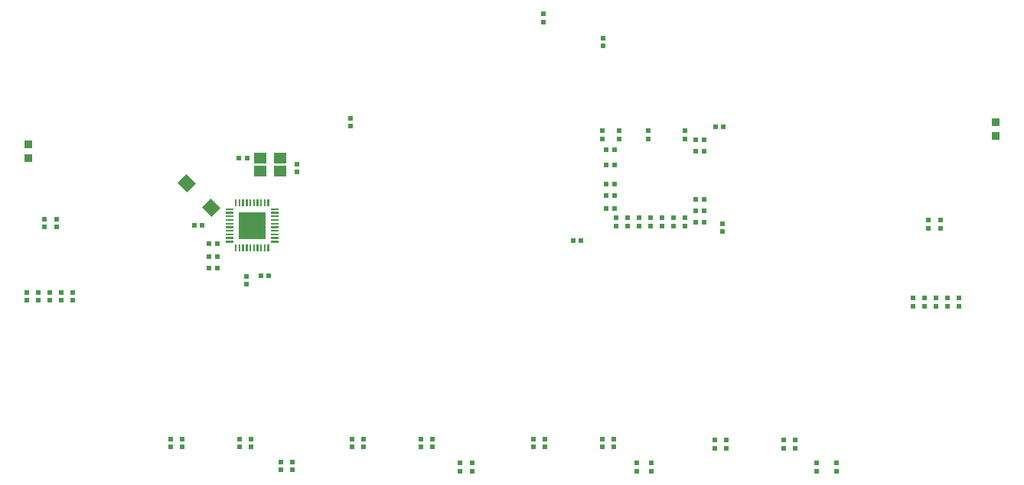
<source format=gbp>
G04*
G04 #@! TF.GenerationSoftware,Altium Limited,Altium Designer,20.0.2 (26)*
G04*
G04 Layer_Color=128*
%FSLAX25Y25*%
%MOIN*%
G70*
G01*
G75*
%ADD25R,0.01968X0.02362*%
%ADD26R,0.02362X0.01968*%
%ADD35R,0.05512X0.04724*%
G04:AMPARAMS|DCode=95|XSize=59.06mil|YSize=55.12mil|CornerRadius=0mil|HoleSize=0mil|Usage=FLASHONLY|Rotation=135.000|XOffset=0mil|YOffset=0mil|HoleType=Round|Shape=Rectangle|*
%AMROTATEDRECTD95*
4,1,4,0.04037,-0.00139,0.00139,-0.04037,-0.04037,0.00139,-0.00139,0.04037,0.04037,-0.00139,0.0*
%
%ADD95ROTATEDRECTD95*%

%ADD96R,0.03200X0.03200*%
G36*
X135755Y180265D02*
X134968D01*
Y183415D01*
X135755D01*
Y180265D01*
D02*
G37*
G36*
X131031D02*
X130244D01*
Y183415D01*
X131031D01*
Y180265D01*
D02*
G37*
G36*
X140480Y180265D02*
X139693D01*
X139693Y183415D01*
X140480D01*
Y180265D01*
D02*
G37*
G36*
X138905D02*
X138118D01*
Y183415D01*
X138905D01*
Y180265D01*
D02*
G37*
G36*
X137330D02*
X136543D01*
Y183415D01*
X137330D01*
X137330Y180265D01*
D02*
G37*
G36*
X134180D02*
X133393D01*
Y183415D01*
X134180D01*
Y180265D01*
D02*
G37*
G36*
X132606D02*
X131819D01*
X131819Y183415D01*
X132606D01*
Y180265D01*
D02*
G37*
G36*
X127881D02*
X127094D01*
X127094Y183415D01*
X127881D01*
Y180265D01*
D02*
G37*
G36*
X126306D02*
X125519D01*
Y183415D01*
X126306D01*
Y180265D01*
D02*
G37*
G36*
X129456Y180265D02*
X128669Y180265D01*
Y183415D01*
X129456D01*
Y180265D01*
D02*
G37*
G36*
X144415Y178693D02*
X141265D01*
Y179481D01*
X144415Y179481D01*
Y178693D01*
D02*
G37*
G36*
X124735Y179481D02*
Y178693D01*
X121585D01*
Y179481D01*
X124735Y179481D01*
D02*
G37*
G36*
X144415Y177118D02*
X141265D01*
Y177906D01*
X144415D01*
Y177118D01*
D02*
G37*
G36*
X124735D02*
X121585D01*
Y177906D01*
X124735D01*
X124735Y177118D01*
D02*
G37*
G36*
X144415Y175543D02*
X141265D01*
Y176331D01*
X144415D01*
Y175543D01*
D02*
G37*
G36*
X124735D02*
X121585Y175543D01*
Y176331D01*
X124735D01*
Y175543D01*
D02*
G37*
G36*
X144415Y173968D02*
X141265D01*
Y174756D01*
X144415D01*
Y173968D01*
D02*
G37*
G36*
X124735D02*
X121585D01*
Y174756D01*
X124735D01*
Y173968D01*
D02*
G37*
G36*
X144415Y172393D02*
X141265D01*
Y173181D01*
X144415D01*
Y172393D01*
D02*
G37*
G36*
X124735D02*
X121585D01*
Y173181D01*
X124735D01*
X124735Y172393D01*
D02*
G37*
G36*
X144415Y170819D02*
X141265D01*
Y171607D01*
X144415D01*
Y170819D01*
D02*
G37*
G36*
X124735D02*
X121585D01*
Y171607D01*
X124735D01*
Y170819D01*
D02*
G37*
G36*
X144415Y169244D02*
X141265D01*
Y170032D01*
X144415D01*
Y169244D01*
D02*
G37*
G36*
X124735Y169244D02*
X121585Y169244D01*
Y170032D01*
X124735D01*
Y169244D01*
D02*
G37*
G36*
X144415Y167669D02*
X141265D01*
Y168457D01*
X144415D01*
Y167669D01*
D02*
G37*
G36*
X124735D02*
X121585D01*
Y168457D01*
X124735D01*
Y167669D01*
D02*
G37*
G36*
X138827Y166173D02*
X127173D01*
Y177827D01*
X138827D01*
Y166173D01*
D02*
G37*
G36*
X144415Y166094D02*
X141265D01*
X141265Y166882D01*
X144415D01*
Y166094D01*
D02*
G37*
G36*
X124735D02*
X121585D01*
Y166882D01*
X124735D01*
X124735Y166094D01*
D02*
G37*
G36*
X144415Y164519D02*
X141265D01*
X141265Y165307D01*
X144415D01*
Y164519D01*
D02*
G37*
G36*
X124735D02*
X121585D01*
Y165307D01*
X124735D01*
X124735Y164519D01*
D02*
G37*
G36*
X140481Y160585D02*
X139693D01*
X139693Y163735D01*
X140481D01*
Y160585D01*
D02*
G37*
G36*
X138906D02*
X138118D01*
X138118Y163735D01*
X138906D01*
Y160585D01*
D02*
G37*
G36*
X137331D02*
X136543D01*
Y163735D01*
X137331D01*
Y160585D01*
D02*
G37*
G36*
X135755Y163735D02*
Y160585D01*
X134968D01*
Y163735D01*
X135755Y163735D01*
D02*
G37*
G36*
X134181D02*
Y160585D01*
X133393D01*
Y163735D01*
X134181Y163735D01*
D02*
G37*
G36*
X132606Y160585D02*
X131819D01*
X131819Y163735D01*
X132606D01*
Y160585D01*
D02*
G37*
G36*
X131032D02*
X130244D01*
Y163735D01*
X131032D01*
Y160585D01*
D02*
G37*
G36*
X129457D02*
X128669D01*
Y163735D01*
X129457D01*
Y160585D01*
D02*
G37*
G36*
X127882D02*
X127094D01*
Y163735D01*
X127882D01*
X127882Y160585D01*
D02*
G37*
G36*
X126307Y163735D02*
Y160585D01*
X125519D01*
Y163735D01*
X126307Y163735D01*
D02*
G37*
D25*
X130772Y201500D02*
D03*
X127228D02*
D03*
X140272Y150000D02*
D03*
X136728D02*
D03*
X117772Y164000D02*
D03*
X114228D02*
D03*
X107728Y172000D02*
D03*
X111272D02*
D03*
X334728Y215000D02*
D03*
X338272D02*
D03*
X329772Y183500D02*
D03*
X326228D02*
D03*
X329772Y209500D02*
D03*
X326228D02*
D03*
X287228Y205000D02*
D03*
X290772D02*
D03*
X287228Y185000D02*
D03*
X290772D02*
D03*
X276272Y165500D02*
D03*
X272728D02*
D03*
X329772Y178500D02*
D03*
X326228D02*
D03*
X329772Y173500D02*
D03*
X326228D02*
D03*
X329772Y204500D02*
D03*
X326228D02*
D03*
X287228Y198500D02*
D03*
X290772D02*
D03*
X287228Y190000D02*
D03*
X290772D02*
D03*
X287228Y179500D02*
D03*
X290772D02*
D03*
X114228Y158500D02*
D03*
X117772D02*
D03*
X114228Y153500D02*
D03*
X117772D02*
D03*
D26*
X176500Y75228D02*
D03*
Y78772D02*
D03*
X181500Y75228D02*
D03*
Y78772D02*
D03*
X206500Y75228D02*
D03*
Y78772D02*
D03*
X211500Y75228D02*
D03*
Y78772D02*
D03*
X255500Y75228D02*
D03*
Y78772D02*
D03*
X260500Y75228D02*
D03*
Y78772D02*
D03*
X285500Y75228D02*
D03*
Y78772D02*
D03*
X290500Y75228D02*
D03*
Y78772D02*
D03*
X334500Y74728D02*
D03*
Y78272D02*
D03*
X339500Y74728D02*
D03*
Y78272D02*
D03*
X364500Y74728D02*
D03*
Y78272D02*
D03*
X369500Y74728D02*
D03*
Y78272D02*
D03*
X132500Y75228D02*
D03*
Y78772D02*
D03*
X127500Y75228D02*
D03*
Y78772D02*
D03*
X102500Y75228D02*
D03*
Y78772D02*
D03*
X97500Y75228D02*
D03*
Y78772D02*
D03*
X152500Y195228D02*
D03*
Y198772D02*
D03*
X130500Y149772D02*
D03*
Y146228D02*
D03*
X35000Y142772D02*
D03*
Y139228D02*
D03*
X40000Y142772D02*
D03*
Y139228D02*
D03*
X50000Y142772D02*
D03*
Y139228D02*
D03*
X55000Y142772D02*
D03*
Y139228D02*
D03*
X45000Y142772D02*
D03*
Y139228D02*
D03*
X425713Y140272D02*
D03*
Y136728D02*
D03*
X435713Y140272D02*
D03*
Y136728D02*
D03*
X440713Y140272D02*
D03*
Y136728D02*
D03*
X420713Y140272D02*
D03*
Y136728D02*
D03*
X430713Y140272D02*
D03*
Y136728D02*
D03*
X145500Y68772D02*
D03*
Y65228D02*
D03*
X150500Y68772D02*
D03*
Y65228D02*
D03*
X229000Y68272D02*
D03*
Y64728D02*
D03*
X223500Y68272D02*
D03*
Y64728D02*
D03*
X307000Y68272D02*
D03*
Y64728D02*
D03*
X300500Y68272D02*
D03*
Y64728D02*
D03*
X387500Y68272D02*
D03*
Y64728D02*
D03*
X379000Y68272D02*
D03*
Y64728D02*
D03*
X296500Y171728D02*
D03*
Y175272D02*
D03*
X306500Y171728D02*
D03*
Y175272D02*
D03*
X316500Y171728D02*
D03*
Y175272D02*
D03*
X338000Y169228D02*
D03*
Y172772D02*
D03*
X305500Y213272D02*
D03*
Y209728D02*
D03*
X293000Y213272D02*
D03*
Y209728D02*
D03*
X260000Y260728D02*
D03*
Y264272D02*
D03*
X311500Y171728D02*
D03*
Y175272D02*
D03*
X321500Y171728D02*
D03*
Y175272D02*
D03*
Y213272D02*
D03*
Y209728D02*
D03*
X285500Y213272D02*
D03*
Y209728D02*
D03*
X291500Y171728D02*
D03*
Y175272D02*
D03*
X42500Y171228D02*
D03*
Y174772D02*
D03*
X48000Y171228D02*
D03*
Y174772D02*
D03*
X427500Y170728D02*
D03*
Y174272D02*
D03*
X433000Y170728D02*
D03*
Y174272D02*
D03*
X301500Y171728D02*
D03*
Y175272D02*
D03*
X176000Y215228D02*
D03*
Y218772D02*
D03*
X286000Y253772D02*
D03*
Y250228D02*
D03*
D35*
X145331Y201453D02*
D03*
X136669D02*
D03*
Y195547D02*
D03*
X145331D02*
D03*
D95*
X104685Y190315D02*
D03*
X115315Y179685D02*
D03*
D96*
X457000Y211000D02*
D03*
Y217000D02*
D03*
X35500Y201500D02*
D03*
Y207500D02*
D03*
M02*

</source>
